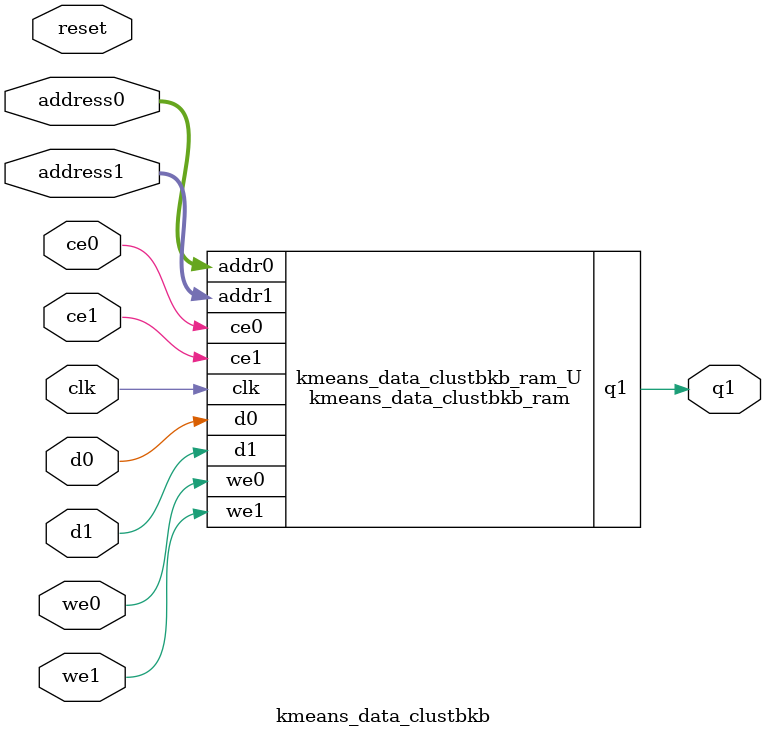
<source format=v>
`timescale 1 ns / 1 ps
module kmeans_data_clustbkb_ram (addr0, ce0, d0, we0, addr1, ce1, d1, we1, q1,  clk);

parameter DWIDTH = 1;
parameter AWIDTH = 6;
parameter MEM_SIZE = 50;

input[AWIDTH-1:0] addr0;
input ce0;
input[DWIDTH-1:0] d0;
input we0;
input[AWIDTH-1:0] addr1;
input ce1;
input[DWIDTH-1:0] d1;
input we1;
output reg[DWIDTH-1:0] q1;
input clk;

(* ram_style = "block" *)reg [DWIDTH-1:0] ram[0:MEM_SIZE-1];




always @(posedge clk)  
begin 
    if (ce0) begin
        if (we0) 
            ram[addr0] <= d0; 
    end
end


always @(posedge clk)  
begin 
    if (ce1) begin
        if (we1) 
            ram[addr1] <= d1; 
        q1 <= ram[addr1];
    end
end


endmodule

`timescale 1 ns / 1 ps
module kmeans_data_clustbkb(
    reset,
    clk,
    address0,
    ce0,
    we0,
    d0,
    address1,
    ce1,
    we1,
    d1,
    q1);

parameter DataWidth = 32'd1;
parameter AddressRange = 32'd50;
parameter AddressWidth = 32'd6;
input reset;
input clk;
input[AddressWidth - 1:0] address0;
input ce0;
input we0;
input[DataWidth - 1:0] d0;
input[AddressWidth - 1:0] address1;
input ce1;
input we1;
input[DataWidth - 1:0] d1;
output[DataWidth - 1:0] q1;



kmeans_data_clustbkb_ram kmeans_data_clustbkb_ram_U(
    .clk( clk ),
    .addr0( address0 ),
    .ce0( ce0 ),
    .we0( we0 ),
    .d0( d0 ),
    .addr1( address1 ),
    .ce1( ce1 ),
    .we1( we1 ),
    .d1( d1 ),
    .q1( q1 ));

endmodule


</source>
